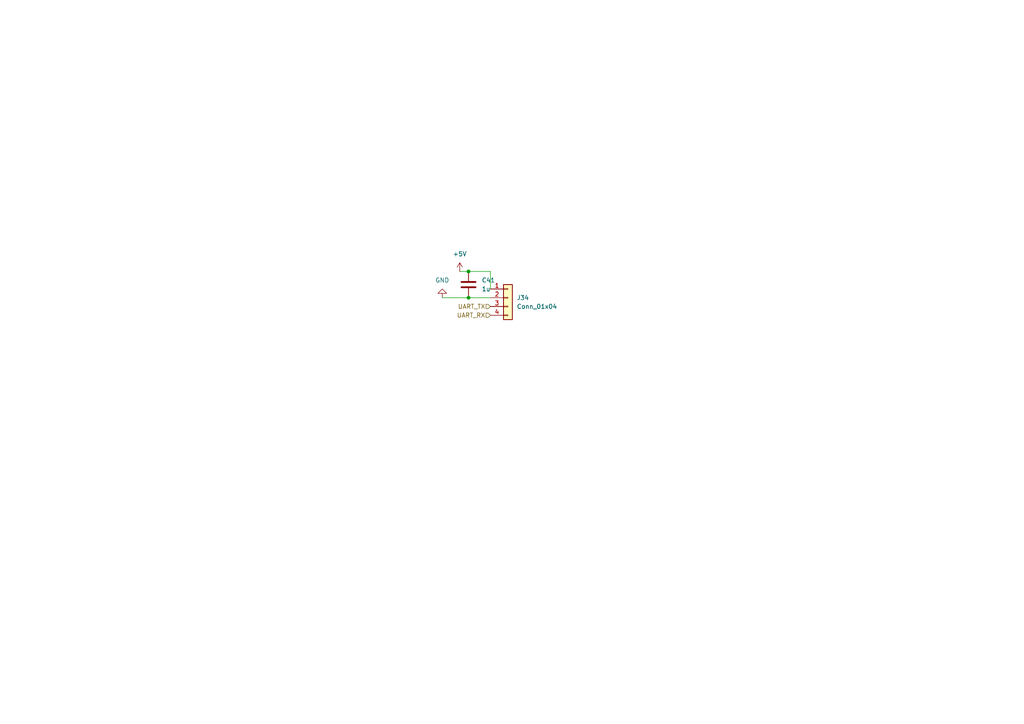
<source format=kicad_sch>
(kicad_sch (version 20250114) (generator "eeschema") (generator_version "9.0")
  (paper "A4")
  (lib_symbols
    (symbol "Connector_Generic:Conn_01x04" (pin_names (offset 1.016) (hide yes))
      (property "Reference" "J" (at 0 5.08 0))
      (property "Value" "Conn_01x04" (at 0 -7.62 0))
      (symbol "Conn_01x04_1_1"
        (rectangle (start -1.27 3.81) (end 1.27 -6.35) (stroke (width 0.254)) (fill (type background)))
        (rectangle (start -1.27 2.667) (end 0 2.413) (stroke (width 0.1524)))
        (rectangle (start -1.27 0.127) (end 0 -0.127) (stroke (width 0.1524)))
        (rectangle (start -1.27 -2.413) (end 0 -2.667) (stroke (width 0.1524)))
        (rectangle (start -1.27 -4.953) (end 0 -5.207) (stroke (width 0.1524)))
        (pin passive line (at -5.08 2.54 0) (length 3.81) (name "Pin_1") (number "1"))
        (pin passive line (at -5.08 0 0) (length 3.81) (name "Pin_2") (number "2"))
        (pin passive line (at -5.08 -2.54 0) (length 3.81) (name "Pin_3") (number "3"))
        (pin passive line (at -5.08 -5.08 0) (length 3.81) (name "Pin_4") (number "4"))
      )
    )
    (symbol "Device:C" (pin_numbers (hide yes)) (pin_names (offset 0.254))
      (property "Reference" "C" (at 0.635 2.54 0))
      (property "Value" "C" (at 0.635 -2.54 0))
      (symbol "C_0_1"
        (polyline (pts (xy -2.032 0.762) (xy 2.032 0.762)) (stroke (width 0.508)))
        (polyline (pts (xy -2.032 -0.762) (xy 2.032 -0.762)) (stroke (width 0.508)))
      )
      (symbol "C_1_1"
        (pin passive line (at 0 3.81 270) (length 2.794) (name "~") (number "1"))
        (pin passive line (at 0 -3.81 90) (length 2.794) (name "~") (number "2"))
      )
    )
    (symbol "power:+5V" (power) (pin_numbers (hide yes)) (pin_names (offset 0) (hide yes))
      (property "Value" "+5V" (at 0 3.556 0))
      (symbol "+5V_0_1"
        (polyline (pts (xy -0.762 1.27) (xy 0 2.54)))
        (polyline (pts (xy 0 2.54) (xy 0.762 1.27)))
        (polyline (pts (xy 0 0) (xy 0 2.54)))
      )
      (symbol "+5V_1_1"
        (pin power_in line (at 0 0 90) (length 0) (name "~") (number "1"))
      )
    )
    (symbol "power:GND" (power) (pin_numbers (hide yes)) (pin_names (offset 0) (hide yes))
      (property "Value" "GND" (at 0 -3.81 0))
      (symbol "GND_0_1"
        (polyline (pts (xy 0 0) (xy 0 -1.27) (xy 1.27 -1.27) (xy 0 -2.54) (xy -1.27 -1.27) (xy 0 -1.27)))
      )
      (symbol "GND_1_1"
        (pin power_in line (at 0 0 270) (length 0) (name "~") (number "1"))
      )
    )
  )
  (junction (at 135.89 78.74))
  (junction (at 135.89 86.36))
  (wire (pts (xy 135.89 86.36) (xy 142.24 86.36)))
  (wire (pts (xy 128.27 86.36) (xy 135.89 86.36)))
  (wire (pts (xy 142.24 78.74) (xy 135.89 78.74)))
  (wire (pts (xy 135.89 78.74) (xy 133.35 78.74)))
  (wire (pts (xy 142.24 83.82) (xy 142.24 78.74)))
  (hierarchical_label "UART_TX" (shape input) (at 142.24 88.9 180))
  (hierarchical_label "UART_RX" (shape input) (at 142.24 91.44 180))
  (symbol (lib_id "Device:C") (at 135.89 82.55 180) (unit 1)
    (property "Reference" "C41" (at 139.7 81.2799 0) (effects (justify right)))
    (property "Value" "1u" (at 139.7 83.8199 0) (effects (justify right)))
    (property "Footprint" "Capacitor_SMD:C_0603_1608Metric" (effects (hide yes)))
    (property "Description" "Unpolarized capacitor" (effects (hide yes)))
  )
  (symbol (lib_id "power:+5V") (at 133.35 78.74 0) (unit 1)
    (property "Reference" "#PWR083" (effects (hide yes)))
    (property "Value" "+5V" (at 133.35 73.66 0))
    (property "Description" "Power symbol creates a global label with name \"+5V\"" (effects (hide yes)))
  )
  (symbol (lib_id "Connector_Generic:Conn_01x04") (at 147.32 86.36 0) (unit 1)
    (property "Reference" "J34" (at 149.86 86.3599 0) (effects (justify left)))
    (property "Value" "Conn_01x04" (at 149.86 88.8999 0) (effects (justify left)))
    (property "Footprint" "Connector_JST:JST_EH_B4B-EH-A_1x04_P2.50mm_Vertical" (effects (hide yes)))
    (property "Description" "Generic connector, single row, 01x04, script generated (kicad-library-utils/schlib/autogen/connector/)" (effects (hide yes)))
  )
  (symbol (lib_id "power:GND") (at 128.27 86.36 180) (unit 1)
    (property "Reference" "#PWR082" (effects (hide yes)))
    (property "Value" "GND" (at 128.27 81.28 0))
    (property "Description" "Power symbol creates a global label with name \"GND\" , ground" (effects (hide yes)))
  )
)
</source>
